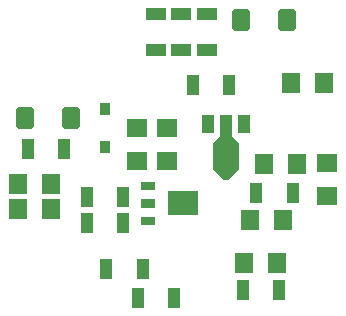
<source format=gbp>
G04*
G04 #@! TF.GenerationSoftware,Altium Limited,Altium Designer,22.5.1 (42)*
G04*
G04 Layer_Color=128*
%FSLAX25Y25*%
%MOIN*%
G70*
G04*
G04 #@! TF.SameCoordinates,0C7ABF94-C2AC-4CB0-9C94-541A5C69193A*
G04*
G04*
G04 #@! TF.FilePolarity,Positive*
G04*
G01*
G75*
%ADD22R,0.06299X0.07087*%
G04:AMPARAMS|DCode=23|XSize=59.06mil|YSize=70.87mil|CornerRadius=7.38mil|HoleSize=0mil|Usage=FLASHONLY|Rotation=0.000|XOffset=0mil|YOffset=0mil|HoleType=Round|Shape=RoundedRectangle|*
%AMROUNDEDRECTD23*
21,1,0.05906,0.05610,0,0,0.0*
21,1,0.04429,0.07087,0,0,0.0*
1,1,0.01476,0.02215,-0.02805*
1,1,0.01476,-0.02215,-0.02805*
1,1,0.01476,-0.02215,0.02805*
1,1,0.01476,0.02215,0.02805*
%
%ADD23ROUNDEDRECTD23*%
%ADD24R,0.04173X0.07165*%
%ADD60R,0.03937X0.05906*%
%ADD61R,0.04724X0.03150*%
%ADD63R,0.09843X0.07874*%
%ADD64R,0.07087X0.06299*%
%ADD65R,0.03701X0.04016*%
%ADD66R,0.07165X0.04173*%
G36*
X54859Y39075D02*
Y35923D01*
X59597D01*
Y39075D01*
X54859D01*
D02*
G37*
G36*
X87636Y48842D02*
Y57504D01*
X85274Y59866D01*
Y66953D01*
X81337D01*
Y59866D01*
X78975Y57504D01*
Y48842D01*
X82518Y45299D01*
X84093D01*
X87636Y48842D01*
D02*
G37*
D22*
X91388Y32000D02*
D03*
X102412D02*
D03*
X107000Y50500D02*
D03*
X95976D02*
D03*
X104900Y77500D02*
D03*
X115924D02*
D03*
X100400Y17500D02*
D03*
X89376D02*
D03*
X13888Y35500D02*
D03*
X24912D02*
D03*
X13888Y44000D02*
D03*
X24912D02*
D03*
D23*
X103577Y98500D02*
D03*
X88223D02*
D03*
X16323Y66000D02*
D03*
X31677D02*
D03*
D24*
X36884Y39500D02*
D03*
X48916D02*
D03*
X17400Y55500D02*
D03*
X29432D02*
D03*
X36884Y31000D02*
D03*
X48916D02*
D03*
X93484Y41000D02*
D03*
X105516D02*
D03*
X43484Y15500D02*
D03*
X55516D02*
D03*
X100916Y8500D02*
D03*
X88884D02*
D03*
X84416Y77000D02*
D03*
X72384D02*
D03*
X53984Y6000D02*
D03*
X66016D02*
D03*
D60*
X89211Y64000D02*
D03*
X77400D02*
D03*
D61*
X57235Y31594D02*
D03*
Y43406D02*
D03*
D63*
X68889Y37500D02*
D03*
D64*
X63700Y62512D02*
D03*
Y51488D02*
D03*
X117000Y51000D02*
D03*
Y39976D02*
D03*
X53777Y62512D02*
D03*
Y51488D02*
D03*
D65*
X42900Y56201D02*
D03*
Y68799D02*
D03*
D66*
X59900Y88484D02*
D03*
Y100516D02*
D03*
X77100D02*
D03*
Y88484D02*
D03*
X68400D02*
D03*
Y100516D02*
D03*
M02*

</source>
